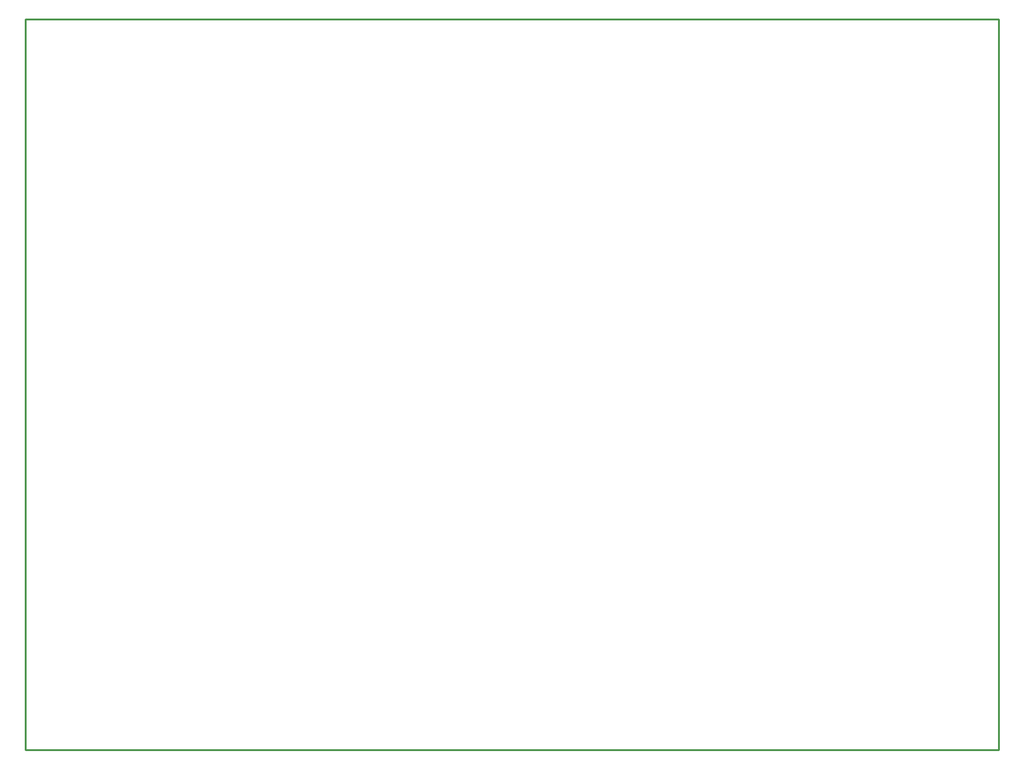
<source format=gm1>
G04*
G04 #@! TF.GenerationSoftware,Altium Limited,Altium Designer,19.0.10 (269)*
G04*
G04 Layer_Color=16711935*
%FSLAX44Y44*%
%MOMM*%
G71*
G01*
G75*
%ADD10C,0.2540*%
D10*
X0Y0D02*
X1332000D01*
Y1000000D01*
X0D02*
X1332000D01*
X0Y0D02*
Y1000000D01*
Y0D02*
X1332000D01*
Y1000000D01*
X0D02*
X1332000D01*
X0Y0D02*
Y1000000D01*
M02*

</source>
